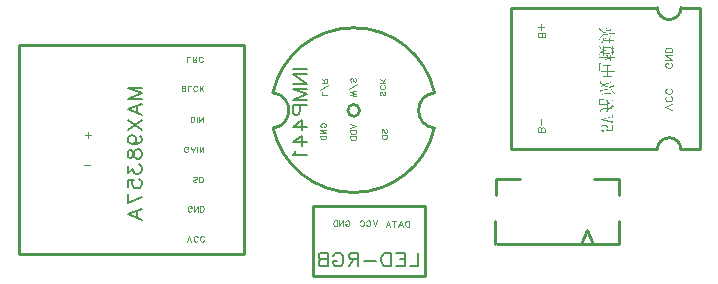
<source format=gbo>
G04 Layer: BottomSilkscreenLayer*
G04 EasyEDA Pro v2.2.43.4, 2025-12-31 16:20:31*
G04 Gerber Generator version 0.3*
G04 Scale: 100 percent, Rotated: No, Reflected: No*
G04 Dimensions in millimeters*
G04 Leading zeros omitted, absolute positions, 4 integers and 5 decimals*
G04 Generated by one-click*
%FSLAX45Y45*%
%MOMM*%
%ADD10C,0.203*%
%ADD11C,0.1*%
%ADD12C,0.254*%
%ADD13C,0.0716*%
G75*


G04 Text Start*
G54D10*
G01X3890762Y813206D02*
G01X3890762Y695350D01*
G01X3890762Y695350D02*
G01X3823452Y695350D01*
G01X3776208Y813206D02*
G01X3776208Y695350D01*
G01X3776208Y813206D02*
G01X3703310Y813206D01*
G01X3776208Y757072D02*
G01X3731250Y757072D01*
G01X3776208Y695350D02*
G01X3703310Y695350D01*
G01X3656066Y813206D02*
G01X3656066Y695350D01*
G01X3656066Y813206D02*
G01X3616696Y813206D01*
G01X3599932Y807618D01*
G01X3588756Y796442D01*
G01X3583168Y785012D01*
G01X3577326Y768248D01*
G01X3577326Y740308D01*
G01X3583168Y723290D01*
G01X3588756Y712114D01*
G01X3599932Y700938D01*
G01X3616696Y695350D01*
G01X3656066Y695350D01*
G01X3530082Y745896D02*
G01X3428990Y745896D01*
G01X3381746Y813206D02*
G01X3381746Y695350D01*
G01X3381746Y813206D02*
G01X3331200Y813206D01*
G01X3314436Y807618D01*
G01X3308848Y802030D01*
G01X3303006Y790854D01*
G01X3303006Y779424D01*
G01X3308848Y768248D01*
G01X3314436Y762660D01*
G01X3331200Y757072D01*
G01X3381746Y757072D01*
G01X3342376Y757072D02*
G01X3303006Y695350D01*
G01X3171434Y785012D02*
G01X3177022Y796442D01*
G01X3188452Y807618D01*
G01X3199628Y813206D01*
G01X3221980Y813206D01*
G01X3233410Y807618D01*
G01X3244586Y796442D01*
G01X3250174Y785012D01*
G01X3255762Y768248D01*
G01X3255762Y740308D01*
G01X3250174Y723290D01*
G01X3244586Y712114D01*
G01X3233410Y700938D01*
G01X3221980Y695350D01*
G01X3199628Y695350D01*
G01X3188452Y700938D01*
G01X3177022Y712114D01*
G01X3171434Y723290D01*
G01X3171434Y740308D01*
G01X3199628Y740308D02*
G01X3171434Y740308D01*
G01X3124190Y813206D02*
G01X3124190Y695350D01*
G01X3124190Y813206D02*
G01X3073644Y813206D01*
G01X3056880Y807618D01*
G01X3051292Y802030D01*
G01X3045450Y790854D01*
G01X3045450Y779424D01*
G01X3051292Y768248D01*
G01X3056880Y762660D01*
G01X3073644Y757072D01*
G01X3124190Y757072D02*
G01X3073644Y757072D01*
G01X3056880Y751484D01*
G01X3051292Y745896D01*
G01X3045450Y734466D01*
G01X3045450Y717702D01*
G01X3051292Y706526D01*
G01X3056880Y700938D01*
G01X3073644Y695350D01*
G01X3124190Y695350D01*
G54D11*
G01X3807460Y1079754D02*
G01X3807460Y1033780D01*
G01X3807460Y1079754D02*
G01X3792220Y1079754D01*
G01X3785616Y1077468D01*
G01X3781298Y1073150D01*
G01X3779012Y1068832D01*
G01X3776980Y1062228D01*
G01X3776980Y1051306D01*
G01X3779012Y1044702D01*
G01X3781298Y1040384D01*
G01X3785616Y1036066D01*
G01X3792220Y1033780D01*
G01X3807460Y1033780D01*
G01X3738880Y1079754D02*
G01X3756406Y1033780D01*
G01X3738880Y1079754D02*
G01X3721354Y1033780D01*
G01X3749802Y1049020D02*
G01X3727958Y1049020D01*
G01X3685540Y1079754D02*
G01X3685540Y1033780D01*
G01X3700780Y1079754D02*
G01X3670300Y1079754D01*
G01X3632200Y1079754D02*
G01X3649726Y1033780D01*
G01X3632200Y1079754D02*
G01X3614674Y1033780D01*
G01X3643122Y1049020D02*
G01X3621278Y1049020D01*
G01X3538220Y1084834D02*
G01X3520694Y1038860D01*
G01X3503422Y1084834D02*
G01X3520694Y1038860D01*
G01X3450082Y1073912D02*
G01X3452368Y1078230D01*
G01X3456686Y1082548D01*
G01X3461004Y1084834D01*
G01X3469894Y1084834D01*
G01X3474212Y1082548D01*
G01X3478530Y1078230D01*
G01X3480816Y1073912D01*
G01X3482848Y1067308D01*
G01X3482848Y1056386D01*
G01X3480816Y1049782D01*
G01X3478530Y1045464D01*
G01X3474212Y1041146D01*
G01X3469894Y1038860D01*
G01X3461004Y1038860D01*
G01X3456686Y1041146D01*
G01X3452368Y1045464D01*
G01X3450082Y1049782D01*
G01X3396742Y1073912D02*
G01X3399028Y1078230D01*
G01X3403346Y1082548D01*
G01X3407664Y1084834D01*
G01X3416554Y1084834D01*
G01X3420872Y1082548D01*
G01X3425190Y1078230D01*
G01X3427476Y1073912D01*
G01X3429508Y1067308D01*
G01X3429508Y1056386D01*
G01X3427476Y1049782D01*
G01X3425190Y1045464D01*
G01X3420872Y1041146D01*
G01X3416554Y1038860D01*
G01X3407664Y1038860D01*
G01X3403346Y1041146D01*
G01X3399028Y1045464D01*
G01X3396742Y1049782D01*
G01X3271774Y1073912D02*
G01X3274060Y1078230D01*
G01X3278378Y1082548D01*
G01X3282696Y1084834D01*
G01X3291586Y1084834D01*
G01X3295904Y1082548D01*
G01X3300222Y1078230D01*
G01X3302508Y1073912D01*
G01X3304540Y1067308D01*
G01X3304540Y1056386D01*
G01X3302508Y1049782D01*
G01X3300222Y1045464D01*
G01X3295904Y1041146D01*
G01X3291586Y1038860D01*
G01X3282696Y1038860D01*
G01X3278378Y1041146D01*
G01X3274060Y1045464D01*
G01X3271774Y1049782D01*
G01X3271774Y1056386D01*
G01X3282696Y1056386D02*
G01X3271774Y1056386D01*
G01X3251200Y1084834D02*
G01X3251200Y1038860D01*
G01X3251200Y1084834D02*
G01X3220720Y1038860D01*
G01X3220720Y1084834D02*
G01X3220720Y1038860D01*
G01X3200146Y1084834D02*
G01X3200146Y1038860D01*
G01X3200146Y1084834D02*
G01X3184906Y1084834D01*
G01X3178302Y1082548D01*
G01X3173984Y1078230D01*
G01X3171698Y1073912D01*
G01X3169666Y1067308D01*
G01X3169666Y1056386D01*
G01X3171698Y1049782D01*
G01X3173984Y1045464D01*
G01X3178302Y1041146D01*
G01X3184906Y1038860D01*
G01X3200146Y1038860D01*
G54D10*
G01X2827274Y2369820D02*
G01X2945130Y2369820D01*
G01X2827274Y2322576D02*
G01X2945130Y2322576D01*
G01X2827274Y2322576D02*
G01X2945130Y2243836D01*
G01X2827274Y2243836D02*
G01X2945130Y2243836D01*
G01X2827274Y2196592D02*
G01X2945130Y2196592D01*
G01X2827274Y2196592D02*
G01X2945130Y2151634D01*
G01X2827274Y2106676D02*
G01X2945130Y2151634D01*
G01X2827274Y2106676D02*
G01X2945130Y2106676D01*
G01X2827274Y2059432D02*
G01X2945130Y2059432D01*
G01X2827274Y2059432D02*
G01X2827274Y2008886D01*
G01X2832862Y1992122D01*
G01X2838450Y1986534D01*
G01X2849626Y1980692D01*
G01X2866644Y1980692D01*
G01X2877820Y1986534D01*
G01X2883408Y1992122D01*
G01X2888996Y2008886D01*
G01X2888996Y2059432D01*
G01X2827274Y1877314D02*
G01X2906014Y1933448D01*
G01X2906014Y1849120D01*
G01X2827274Y1877314D02*
G01X2945130Y1877314D01*
G01X2827274Y1745742D02*
G01X2906014Y1801876D01*
G01X2906014Y1717548D01*
G01X2827274Y1745742D02*
G01X2945130Y1745742D01*
G01X2849626Y1670304D02*
G01X2844038Y1659128D01*
G01X2827274Y1642110D01*
G01X2945130Y1642110D01*
G54D11*
G01X3116834Y2146300D02*
G01X3070860Y2146300D01*
G01X3070860Y2146300D02*
G01X3070860Y2172462D01*
G01X3125470Y2232406D02*
G01X3055620Y2193036D01*
G01X3116834Y2252980D02*
G01X3070860Y2252980D01*
G01X3116834Y2252980D02*
G01X3116834Y2272538D01*
G01X3114548Y2279142D01*
G01X3112516Y2281428D01*
G01X3107944Y2283460D01*
G01X3103626Y2283460D01*
G01X3099308Y2281428D01*
G01X3097022Y2279142D01*
G01X3094990Y2272538D01*
G01X3094990Y2252980D01*
G01X3094990Y2268220D02*
G01X3070860Y2283460D01*
G01X3360674Y2136140D02*
G01X3314700Y2147062D01*
G01X3360674Y2157984D02*
G01X3314700Y2147062D01*
G01X3360674Y2157984D02*
G01X3314700Y2168906D01*
G01X3360674Y2179828D02*
G01X3314700Y2168906D01*
G01X3369310Y2239772D02*
G01X3299460Y2200402D01*
G01X3354070Y2290826D02*
G01X3358388Y2286508D01*
G01X3360674Y2279904D01*
G01X3360674Y2271268D01*
G01X3358388Y2264664D01*
G01X3354070Y2260346D01*
G01X3349752Y2260346D01*
G01X3345434Y2262378D01*
G01X3343148Y2264664D01*
G01X3340862Y2268982D01*
G01X3336544Y2282190D01*
G01X3334258Y2286508D01*
G01X3332226Y2288794D01*
G01X3327908Y2290826D01*
G01X3321304Y2290826D01*
G01X3316986Y2286508D01*
G01X3314700Y2279904D01*
G01X3314700Y2271268D01*
G01X3316986Y2264664D01*
G01X3321304Y2260346D01*
G01X3602990Y2176780D02*
G01X3607308Y2172462D01*
G01X3609594Y2165858D01*
G01X3609594Y2157222D01*
G01X3607308Y2150618D01*
G01X3602990Y2146300D01*
G01X3598672Y2146300D01*
G01X3594354Y2148332D01*
G01X3592068Y2150618D01*
G01X3589782Y2154936D01*
G01X3585464Y2168144D01*
G01X3583178Y2172462D01*
G01X3581146Y2174748D01*
G01X3576828Y2176780D01*
G01X3570224Y2176780D01*
G01X3565906Y2172462D01*
G01X3563620Y2165858D01*
G01X3563620Y2157222D01*
G01X3565906Y2150618D01*
G01X3570224Y2146300D01*
G01X3598672Y2230120D02*
G01X3602990Y2227834D01*
G01X3607308Y2223516D01*
G01X3609594Y2219198D01*
G01X3609594Y2210308D01*
G01X3607308Y2205990D01*
G01X3602990Y2201672D01*
G01X3598672Y2199386D01*
G01X3592068Y2197354D01*
G01X3581146Y2197354D01*
G01X3574542Y2199386D01*
G01X3570224Y2201672D01*
G01X3565906Y2205990D01*
G01X3563620Y2210308D01*
G01X3563620Y2219198D01*
G01X3565906Y2223516D01*
G01X3570224Y2227834D01*
G01X3574542Y2230120D01*
G01X3609594Y2250694D02*
G01X3563620Y2250694D01*
G01X3609594Y2281174D02*
G01X3578860Y2250694D01*
G01X3589782Y2261616D02*
G01X3563620Y2281174D01*
G01X3071368Y1874774D02*
G01X3067050Y1877060D01*
G01X3062732Y1881378D01*
G01X3060446Y1885696D01*
G01X3060446Y1894586D01*
G01X3062732Y1898904D01*
G01X3067050Y1903222D01*
G01X3071368Y1905508D01*
G01X3077972Y1907540D01*
G01X3088894Y1907540D01*
G01X3095498Y1905508D01*
G01X3099816Y1903222D01*
G01X3104134Y1898904D01*
G01X3106420Y1894586D01*
G01X3106420Y1885696D01*
G01X3104134Y1881378D01*
G01X3099816Y1877060D01*
G01X3095498Y1874774D01*
G01X3088894Y1874774D01*
G01X3088894Y1885696D02*
G01X3088894Y1874774D01*
G01X3060446Y1854200D02*
G01X3106420Y1854200D01*
G01X3060446Y1854200D02*
G01X3106420Y1823720D01*
G01X3060446Y1823720D02*
G01X3106420Y1823720D01*
G01X3060446Y1803146D02*
G01X3106420Y1803146D01*
G01X3060446Y1803146D02*
G01X3060446Y1787906D01*
G01X3062732Y1781302D01*
G01X3067050Y1776984D01*
G01X3071368Y1774698D01*
G01X3077972Y1772666D01*
G01X3088894Y1772666D01*
G01X3095498Y1774698D01*
G01X3099816Y1776984D01*
G01X3104134Y1781302D01*
G01X3106420Y1787906D01*
G01X3106420Y1803146D01*
G01X3314446Y1902460D02*
G01X3360420Y1884934D01*
G01X3314446Y1867662D02*
G01X3360420Y1884934D01*
G01X3314446Y1847088D02*
G01X3360420Y1847088D01*
G01X3314446Y1847088D02*
G01X3314446Y1831848D01*
G01X3316732Y1825244D01*
G01X3321050Y1820926D01*
G01X3325368Y1818640D01*
G01X3331972Y1816608D01*
G01X3342894Y1816608D01*
G01X3349498Y1818640D01*
G01X3353816Y1820926D01*
G01X3358134Y1825244D01*
G01X3360420Y1831848D01*
G01X3360420Y1847088D01*
G01X3314446Y1796034D02*
G01X3360420Y1796034D01*
G01X3314446Y1796034D02*
G01X3314446Y1780794D01*
G01X3316732Y1774190D01*
G01X3321050Y1769872D01*
G01X3325368Y1767586D01*
G01X3331972Y1765554D01*
G01X3342894Y1765554D01*
G01X3349498Y1767586D01*
G01X3353816Y1769872D01*
G01X3358134Y1774190D01*
G01X3360420Y1780794D01*
G01X3360420Y1796034D01*
G01X3585210Y1826260D02*
G01X3580892Y1830578D01*
G01X3578606Y1837182D01*
G01X3578606Y1845818D01*
G01X3580892Y1852422D01*
G01X3585210Y1856740D01*
G01X3589528Y1856740D01*
G01X3593846Y1854708D01*
G01X3596132Y1852422D01*
G01X3598418Y1848104D01*
G01X3602736Y1834896D01*
G01X3605022Y1830578D01*
G01X3607054Y1828292D01*
G01X3611372Y1826260D01*
G01X3617976Y1826260D01*
G01X3622294Y1830578D01*
G01X3624580Y1837182D01*
G01X3624580Y1845818D01*
G01X3622294Y1852422D01*
G01X3617976Y1856740D01*
G01X3578606Y1805686D02*
G01X3624580Y1805686D01*
G01X3578606Y1805686D02*
G01X3578606Y1790446D01*
G01X3580892Y1783842D01*
G01X3585210Y1779524D01*
G01X3589528Y1777238D01*
G01X3596132Y1775206D01*
G01X3607054Y1775206D01*
G01X3613658Y1777238D01*
G01X3617976Y1779524D01*
G01X3622294Y1783842D01*
G01X3624580Y1790446D01*
G01X3624580Y1805686D01*
G54D10*
G01X1430274Y2207260D02*
G01X1548130Y2207260D01*
G01X1430274Y2207260D02*
G01X1548130Y2162302D01*
G01X1430274Y2117344D02*
G01X1548130Y2162302D01*
G01X1430274Y2117344D02*
G01X1548130Y2117344D01*
G01X1430274Y2025142D02*
G01X1548130Y2070100D01*
G01X1430274Y2025142D02*
G01X1548130Y1980184D01*
G01X1509014Y2053336D02*
G01X1509014Y1997202D01*
G01X1430274Y1932940D02*
G01X1548130Y1854200D01*
G01X1430274Y1854200D02*
G01X1548130Y1932940D01*
G01X1469644Y1734058D02*
G01X1486408Y1739646D01*
G01X1497584Y1750822D01*
G01X1503172Y1767586D01*
G01X1503172Y1773174D01*
G01X1497584Y1790192D01*
G01X1486408Y1801368D01*
G01X1469644Y1806956D01*
G01X1464056Y1806956D01*
G01X1447038Y1801368D01*
G01X1435862Y1790192D01*
G01X1430274Y1773174D01*
G01X1430274Y1767586D01*
G01X1435862Y1750822D01*
G01X1447038Y1739646D01*
G01X1469644Y1734058D01*
G01X1497584Y1734058D01*
G01X1525778Y1739646D01*
G01X1542542Y1750822D01*
G01X1548130Y1767586D01*
G01X1548130Y1778762D01*
G01X1542542Y1795780D01*
G01X1531366Y1801368D01*
G01X1430274Y1658620D02*
G01X1435862Y1675638D01*
G01X1447038Y1681226D01*
G01X1458468Y1681226D01*
G01X1469644Y1675638D01*
G01X1475232Y1664462D01*
G01X1480820Y1641856D01*
G01X1486408Y1625092D01*
G01X1497584Y1613916D01*
G01X1509014Y1608074D01*
G01X1525778Y1608074D01*
G01X1536954Y1613916D01*
G01X1542542Y1619504D01*
G01X1548130Y1636268D01*
G01X1548130Y1658620D01*
G01X1542542Y1675638D01*
G01X1536954Y1681226D01*
G01X1525778Y1686814D01*
G01X1509014Y1686814D01*
G01X1497584Y1681226D01*
G01X1486408Y1670050D01*
G01X1480820Y1653032D01*
G01X1475232Y1630680D01*
G01X1469644Y1619504D01*
G01X1458468Y1613916D01*
G01X1447038Y1613916D01*
G01X1435862Y1619504D01*
G01X1430274Y1636268D01*
G01X1430274Y1658620D01*
G01X1430274Y1549654D02*
G01X1430274Y1487932D01*
G01X1475232Y1521460D01*
G01X1475232Y1504696D01*
G01X1480820Y1493520D01*
G01X1486408Y1487932D01*
G01X1503172Y1482090D01*
G01X1514602Y1482090D01*
G01X1531366Y1487932D01*
G01X1542542Y1499108D01*
G01X1548130Y1515872D01*
G01X1548130Y1532636D01*
G01X1542542Y1549654D01*
G01X1536954Y1555242D01*
G01X1525778Y1560830D01*
G01X1430274Y1367536D02*
G01X1430274Y1423670D01*
G01X1480820Y1429258D01*
G01X1475232Y1423670D01*
G01X1469644Y1406652D01*
G01X1469644Y1389888D01*
G01X1475232Y1373124D01*
G01X1486408Y1361948D01*
G01X1503172Y1356106D01*
G01X1514602Y1356106D01*
G01X1531366Y1361948D01*
G01X1542542Y1373124D01*
G01X1548130Y1389888D01*
G01X1548130Y1406652D01*
G01X1542542Y1423670D01*
G01X1536954Y1429258D01*
G01X1525778Y1434846D01*
G01X1430274Y1230122D02*
G01X1548130Y1286510D01*
G01X1430274Y1308862D02*
G01X1430274Y1230122D01*
G01X1430274Y1137920D02*
G01X1548130Y1182878D01*
G01X1430274Y1137920D02*
G01X1548130Y1092962D01*
G01X1509014Y1166114D02*
G01X1509014Y1109980D01*
G54D11*
G01X1932940Y906526D02*
G01X1950466Y952500D01*
G01X1967738Y906526D02*
G01X1950466Y952500D01*
G01X2021078Y917448D02*
G01X2018792Y913130D01*
G01X2014474Y908812D01*
G01X2010156Y906526D01*
G01X2001266Y906526D01*
G01X1996948Y908812D01*
G01X1992630Y913130D01*
G01X1990344Y917448D01*
G01X1988312Y924052D01*
G01X1988312Y934974D01*
G01X1990344Y941578D01*
G01X1992630Y945896D01*
G01X1996948Y950214D01*
G01X2001266Y952500D01*
G01X2010156Y952500D01*
G01X2014474Y950214D01*
G01X2018792Y945896D01*
G01X2021078Y941578D01*
G01X2074418Y917448D02*
G01X2072132Y913130D01*
G01X2067814Y908812D01*
G01X2063496Y906526D01*
G01X2054606Y906526D01*
G01X2050288Y908812D01*
G01X2045970Y913130D01*
G01X2043684Y917448D01*
G01X2041652Y924052D01*
G01X2041652Y934974D01*
G01X2043684Y941578D01*
G01X2045970Y945896D01*
G01X2050288Y950214D01*
G01X2054606Y952500D01*
G01X2063496Y952500D01*
G01X2067814Y950214D01*
G01X2072132Y945896D01*
G01X2074418Y941578D01*
G01X1970786Y1171448D02*
G01X1968500Y1167130D01*
G01X1964182Y1162812D01*
G01X1959864Y1160526D01*
G01X1950974Y1160526D01*
G01X1946656Y1162812D01*
G01X1942338Y1167130D01*
G01X1940052Y1171448D01*
G01X1938020Y1178052D01*
G01X1938020Y1188974D01*
G01X1940052Y1195578D01*
G01X1942338Y1199896D01*
G01X1946656Y1204214D01*
G01X1950974Y1206500D01*
G01X1959864Y1206500D01*
G01X1964182Y1204214D01*
G01X1968500Y1199896D01*
G01X1970786Y1195578D01*
G01X1970786Y1188974D01*
G01X1959864Y1188974D02*
G01X1970786Y1188974D01*
G01X1991360Y1160526D02*
G01X1991360Y1206500D01*
G01X1991360Y1160526D02*
G01X2021840Y1206500D01*
G01X2021840Y1160526D02*
G01X2021840Y1206500D01*
G01X2042414Y1160526D02*
G01X2042414Y1206500D01*
G01X2042414Y1160526D02*
G01X2057654Y1160526D01*
G01X2064258Y1162812D01*
G01X2068576Y1167130D01*
G01X2070862Y1171448D01*
G01X2072894Y1178052D01*
G01X2072894Y1188974D01*
G01X2070862Y1195578D01*
G01X2068576Y1199896D01*
G01X2064258Y1204214D01*
G01X2057654Y1206500D01*
G01X2042414Y1206500D01*
G01X2014220Y1416050D02*
G01X2009902Y1411732D01*
G01X2003298Y1409446D01*
G01X1994662Y1409446D01*
G01X1988058Y1411732D01*
G01X1983740Y1416050D01*
G01X1983740Y1420368D01*
G01X1985772Y1424686D01*
G01X1988058Y1426972D01*
G01X1992376Y1429258D01*
G01X2005584Y1433576D01*
G01X2009902Y1435862D01*
G01X2012188Y1437894D01*
G01X2014220Y1442212D01*
G01X2014220Y1448816D01*
G01X2009902Y1453134D01*
G01X2003298Y1455420D01*
G01X1994662Y1455420D01*
G01X1988058Y1453134D01*
G01X1983740Y1448816D01*
G01X2034794Y1409446D02*
G01X2034794Y1455420D01*
G01X2034794Y1409446D02*
G01X2050034Y1409446D01*
G01X2056638Y1411732D01*
G01X2060956Y1416050D01*
G01X2063242Y1420368D01*
G01X2065274Y1426972D01*
G01X2065274Y1437894D01*
G01X2063242Y1444498D01*
G01X2060956Y1448816D01*
G01X2056638Y1453134D01*
G01X2050034Y1455420D01*
G01X2034794Y1455420D01*
G01X1940306Y1674368D02*
G01X1938020Y1670050D01*
G01X1933702Y1665732D01*
G01X1929384Y1663446D01*
G01X1920494Y1663446D01*
G01X1916176Y1665732D01*
G01X1911858Y1670050D01*
G01X1909572Y1674368D01*
G01X1907540Y1680972D01*
G01X1907540Y1691894D01*
G01X1909572Y1698498D01*
G01X1911858Y1702816D01*
G01X1916176Y1707134D01*
G01X1920494Y1709420D01*
G01X1929384Y1709420D01*
G01X1933702Y1707134D01*
G01X1938020Y1702816D01*
G01X1940306Y1698498D01*
G01X1940306Y1691894D01*
G01X1929384Y1691894D02*
G01X1940306Y1691894D01*
G01X1978406Y1663446D02*
G01X1960880Y1709420D01*
G01X1978406Y1663446D02*
G01X1995932Y1709420D01*
G01X1967484Y1694180D02*
G01X1989328Y1694180D01*
G01X2016506Y1663446D02*
G01X2016506Y1709420D01*
G01X2037080Y1663446D02*
G01X2037080Y1709420D01*
G01X2037080Y1663446D02*
G01X2067560Y1709420D01*
G01X2067560Y1663446D02*
G01X2067560Y1709420D01*
G01X1963420Y1917446D02*
G01X1963420Y1963420D01*
G01X1963420Y1917446D02*
G01X1978660Y1917446D01*
G01X1985264Y1919732D01*
G01X1989582Y1924050D01*
G01X1991868Y1928368D01*
G01X1993900Y1934972D01*
G01X1993900Y1945894D01*
G01X1991868Y1952498D01*
G01X1989582Y1956816D01*
G01X1985264Y1961134D01*
G01X1978660Y1963420D01*
G01X1963420Y1963420D01*
G01X2014474Y1917446D02*
G01X2014474Y1963420D01*
G01X2035048Y1917446D02*
G01X2035048Y1963420D01*
G01X2035048Y1917446D02*
G01X2065528Y1963420D01*
G01X2065528Y1917446D02*
G01X2065528Y1963420D01*
G01X1887220Y2181606D02*
G01X1887220Y2227580D01*
G01X1887220Y2181606D02*
G01X1906778Y2181606D01*
G01X1913382Y2183892D01*
G01X1915668Y2185924D01*
G01X1917700Y2190496D01*
G01X1917700Y2194814D01*
G01X1915668Y2199132D01*
G01X1913382Y2201418D01*
G01X1906778Y2203450D01*
G01X1887220Y2203450D02*
G01X1906778Y2203450D01*
G01X1913382Y2205736D01*
G01X1915668Y2208022D01*
G01X1917700Y2212340D01*
G01X1917700Y2218944D01*
G01X1915668Y2223262D01*
G01X1913382Y2225294D01*
G01X1906778Y2227580D01*
G01X1887220Y2227580D01*
G01X1938274Y2181606D02*
G01X1938274Y2227580D01*
G01X1938274Y2227580D02*
G01X1964436Y2227580D01*
G01X2017776Y2192528D02*
G01X2015490Y2188210D01*
G01X2011172Y2183892D01*
G01X2006854Y2181606D01*
G01X1997964Y2181606D01*
G01X1993646Y2183892D01*
G01X1989328Y2188210D01*
G01X1987042Y2192528D01*
G01X1985010Y2199132D01*
G01X1985010Y2210054D01*
G01X1987042Y2216658D01*
G01X1989328Y2220976D01*
G01X1993646Y2225294D01*
G01X1997964Y2227580D01*
G01X2006854Y2227580D01*
G01X2011172Y2225294D01*
G01X2015490Y2220976D01*
G01X2017776Y2216658D01*
G01X2038350Y2181606D02*
G01X2038350Y2227580D01*
G01X2068830Y2181606D02*
G01X2038350Y2212340D01*
G01X2049272Y2201418D02*
G01X2068830Y2227580D01*
G01X1932940Y2425446D02*
G01X1932940Y2471420D01*
G01X1932940Y2471420D02*
G01X1959102Y2471420D01*
G01X1979676Y2425446D02*
G01X1979676Y2471420D01*
G01X1979676Y2425446D02*
G01X1999234Y2425446D01*
G01X2005838Y2427732D01*
G01X2008124Y2429764D01*
G01X2010156Y2434336D01*
G01X2010156Y2438654D01*
G01X2008124Y2442972D01*
G01X2005838Y2445258D01*
G01X1999234Y2447290D01*
G01X1979676Y2447290D01*
G01X1994916Y2447290D02*
G01X2010156Y2471420D01*
G01X2063496Y2436368D02*
G01X2061210Y2432050D01*
G01X2056892Y2427732D01*
G01X2052574Y2425446D01*
G01X2043684Y2425446D01*
G01X2039366Y2427732D01*
G01X2035048Y2432050D01*
G01X2032762Y2436368D01*
G01X2030730Y2442972D01*
G01X2030730Y2453894D01*
G01X2032762Y2460498D01*
G01X2035048Y2464816D01*
G01X2039366Y2469134D01*
G01X2043684Y2471420D01*
G01X2052574Y2471420D01*
G01X2056892Y2469134D01*
G01X2061210Y2464816D01*
G01X2063496Y2460498D01*
G01X1089406Y1786382D02*
G01X1089406Y1837182D01*
G01X1064260Y1811782D02*
G01X1114806Y1811782D01*
G01X1059180Y1552702D02*
G01X1109726Y1552702D01*
G01X6040120Y2024380D02*
G01X5980938Y2046732D01*
G01X6040120Y2069338D02*
G01X5980938Y2046732D01*
G01X6025896Y2135124D02*
G01X6031738Y2132330D01*
G01X6037326Y2126488D01*
G01X6040120Y2120900D01*
G01X6040120Y2109724D01*
G01X6037326Y2104136D01*
G01X6031738Y2098548D01*
G01X6025896Y2095754D01*
G01X6017514Y2092960D01*
G01X6003544Y2092960D01*
G01X5995162Y2095754D01*
G01X5989320Y2098548D01*
G01X5983732Y2104136D01*
G01X5980938Y2109724D01*
G01X5980938Y2120900D01*
G01X5983732Y2126488D01*
G01X5989320Y2132330D01*
G01X5995162Y2135124D01*
G01X6025896Y2200910D02*
G01X6031738Y2198116D01*
G01X6037326Y2192274D01*
G01X6040120Y2186686D01*
G01X6040120Y2175510D01*
G01X6037326Y2169922D01*
G01X6031738Y2164334D01*
G01X6025896Y2161540D01*
G01X6017514Y2158746D01*
G01X6003544Y2158746D01*
G01X5995162Y2161540D01*
G01X5989320Y2164334D01*
G01X5983732Y2169922D01*
G01X5980938Y2175510D01*
G01X5980938Y2186686D01*
G01X5983732Y2192274D01*
G01X5989320Y2198116D01*
G01X5995162Y2200910D01*
G01X6025896Y2422144D02*
G01X6031738Y2419350D01*
G01X6037326Y2413762D01*
G01X6040120Y2407920D01*
G01X6040120Y2396744D01*
G01X6037326Y2391156D01*
G01X6031738Y2385568D01*
G01X6025896Y2382774D01*
G01X6017514Y2379980D01*
G01X6003544Y2379980D01*
G01X5995162Y2382774D01*
G01X5989320Y2385568D01*
G01X5983732Y2391156D01*
G01X5980938Y2396744D01*
G01X5980938Y2407920D01*
G01X5983732Y2413762D01*
G01X5989320Y2419350D01*
G01X5995162Y2422144D01*
G01X6003544Y2422144D01*
G01X6003544Y2407920D02*
G01X6003544Y2422144D01*
G01X6040120Y2445766D02*
G01X5980938Y2445766D01*
G01X6040120Y2445766D02*
G01X5980938Y2485136D01*
G01X6040120Y2485136D02*
G01X5980938Y2485136D01*
G01X6040120Y2508758D02*
G01X5980938Y2508758D01*
G01X6040120Y2508758D02*
G01X6040120Y2528316D01*
G01X6037326Y2536698D01*
G01X6031738Y2542286D01*
G01X6025896Y2545080D01*
G01X6017514Y2548128D01*
G01X6003544Y2548128D01*
G01X5995162Y2545080D01*
G01X5989320Y2542286D01*
G01X5983732Y2536698D01*
G01X5980938Y2528316D01*
G01X5980938Y2508758D01*
G01X4960620Y1833880D02*
G01X4901438Y1833880D01*
G01X4960620Y1833880D02*
G01X4960620Y1859026D01*
G01X4957826Y1867662D01*
G01X4955032Y1870456D01*
G01X4949190Y1873250D01*
G01X4943602Y1873250D01*
G01X4938014Y1870456D01*
G01X4935220Y1867662D01*
G01X4932426Y1859026D01*
G01X4932426Y1833880D02*
G01X4932426Y1859026D01*
G01X4929632Y1867662D01*
G01X4926838Y1870456D01*
G01X4921250Y1873250D01*
G01X4912614Y1873250D01*
G01X4907026Y1870456D01*
G01X4904232Y1867662D01*
G01X4901438Y1859026D01*
G01X4901438Y1833880D01*
G01X4926838Y1896872D02*
G01X4926838Y1947418D01*
G01X4961420Y2635671D02*
G01X4902238Y2635671D01*
G01X4961420Y2635671D02*
G01X4961420Y2660817D01*
G01X4958626Y2669453D01*
G01X4955832Y2672247D01*
G01X4949990Y2675041D01*
G01X4944402Y2675041D01*
G01X4938814Y2672247D01*
G01X4936020Y2669453D01*
G01X4933226Y2660817D01*
G01X4933226Y2635671D02*
G01X4933226Y2660817D01*
G01X4930432Y2669453D01*
G01X4927638Y2672247D01*
G01X4922050Y2675041D01*
G01X4913414Y2675041D01*
G01X4907826Y2672247D01*
G01X4905032Y2669453D01*
G01X4902238Y2660817D01*
G01X4902238Y2635671D01*
G01X4953038Y2723809D02*
G01X4902238Y2723809D01*
G01X4927638Y2698663D02*
G01X4927638Y2749209D01*
G36*
G01X5419746Y2609027D02*
G01X5419234Y2608288D01*
G01X5418609Y2608345D01*
G01X5417473Y2609254D01*
G01X5417473Y2611073D01*
G01X5419291Y2616072D01*
G01X5420200Y2618345D01*
G01X5421109Y2620391D01*
G01X5422018Y2622663D01*
G01X5423836Y2626754D01*
G01X5424746Y2628573D01*
G01X5425655Y2630163D01*
G01X5426564Y2631982D01*
G01X5429291Y2636754D01*
G01X5430427Y2638573D01*
G01X5433154Y2642663D01*
G01X5434291Y2644254D01*
G01X5437018Y2647663D01*
G01X5442700Y2653345D01*
G01X5444518Y2654709D01*
G01X5446791Y2656300D01*
G01X5448836Y2657663D01*
G01X5450882Y2658800D01*
G01X5454518Y2660618D01*
G01X5456564Y2661527D01*
G01X5458836Y2662436D01*
G01X5461564Y2663345D01*
G01X5464063Y2664027D01*
G01X5465882Y2664482D01*
G01X5468154Y2665163D01*
G01X5470655Y2665618D01*
G01X5472245Y2665845D01*
G01X5474064Y2666300D01*
G01X5475200Y2666527D01*
G01X5475200Y2670618D01*
G01X5473382Y2670845D01*
G01X5470882Y2671300D01*
G01X5468609Y2671981D01*
G01X5465427Y2672891D01*
G01X5462927Y2673800D01*
G01X5459291Y2675163D01*
G01X5457245Y2676072D01*
G01X5449973Y2679709D01*
G01X5448382Y2680618D01*
G01X5447018Y2681527D01*
G01X5445427Y2682436D01*
G01X5443609Y2683572D01*
G01X5441336Y2685163D01*
G01X5437700Y2687891D01*
G01X5435427Y2689709D01*
G01X5433836Y2691072D01*
G01X5432700Y2691982D01*
G01X5427018Y2697663D01*
G01X5425655Y2699482D01*
G01X5424064Y2701073D01*
G01X5421791Y2703800D01*
G01X5420882Y2704936D01*
G01X5420200Y2706073D01*
G01X5419064Y2707663D01*
G01X5418382Y2708800D01*
G01X5419518Y2709254D01*
G01X5421109Y2710391D01*
G01X5422245Y2711527D01*
G01X5423155Y2712663D01*
G01X5423836Y2714027D01*
G01X5424518Y2715845D01*
G01X5425882Y2721300D01*
G01X5426336Y2721811D01*
G01X5427245Y2721982D01*
G01X5428098Y2721754D01*
G01X5428382Y2721073D01*
G01X5428609Y2719481D01*
G01X5430200Y2714709D01*
G01X5431109Y2712209D01*
G01X5432927Y2708118D01*
G01X5433836Y2706300D01*
G01X5434973Y2704482D01*
G01X5436336Y2702209D01*
G01X5437700Y2700163D01*
G01X5438836Y2698572D01*
G01X5439973Y2697436D01*
G01X5441791Y2695163D01*
G01X5442927Y2694027D01*
G01X5443836Y2692891D01*
G01X5444973Y2691754D01*
G01X5446336Y2690618D01*
G01X5447473Y2689482D01*
G01X5450655Y2686754D01*
G01X5452018Y2685618D01*
G01X5453382Y2684709D01*
G01X5454973Y2683572D01*
G01X5457018Y2682209D01*
G01X5458836Y2681072D01*
G01X5462018Y2679254D01*
G01X5463836Y2678345D01*
G01X5465882Y2677436D01*
G01X5467700Y2676527D01*
G01X5469745Y2675618D01*
G01X5472018Y2674709D01*
G01X5474064Y2674027D01*
G01X5475200Y2673800D01*
G01X5475200Y2693345D01*
G01X5478382Y2693345D01*
G01X5478382Y2680391D01*
G01X5478609Y2667209D01*
G01X5480200Y2666981D01*
G01X5482245Y2667209D01*
G01X5491791Y2667663D01*
G01X5507246Y2668118D01*
G01X5512473Y2668345D01*
G01X5517018Y2668345D01*
G01X5517018Y2693345D01*
G01X5517018Y2693345D01*
G01X5478382Y2693345D01*
G01X5475200Y2693345D01*
G01X5475200Y2698118D01*
G01X5475371Y2716243D01*
G01X5475882Y2721982D01*
G01X5484745Y2713118D01*
G01X5485655Y2711982D01*
G01X5485825Y2711527D01*
G01X5485427Y2711073D01*
G01X5479745Y2705391D01*
G01X5478836Y2704254D01*
G01X5478382Y2702663D01*
G01X5478382Y2701527D01*
G01X5515200Y2701527D01*
G01X5515882Y2702663D01*
G01X5518609Y2705845D01*
G01X5519291Y2706982D01*
G01X5520200Y2705845D01*
G01X5521564Y2704027D01*
G01X5523382Y2701754D01*
G01X5526109Y2698118D01*
G01X5526563Y2696982D01*
G01X5525427Y2695845D01*
G01X5523836Y2694709D01*
G01X5522700Y2693800D01*
G01X5521336Y2692663D01*
G01X5520825Y2689198D01*
G01X5520654Y2680163D01*
G01X5520654Y2668345D01*
G01X5532700Y2668345D01*
G01X5541791Y2668516D01*
G01X5544973Y2669027D01*
G01X5546109Y2670845D01*
G01X5547700Y2673118D01*
G01X5548609Y2674254D01*
G01X5549291Y2673118D01*
G01X5550200Y2670845D01*
G01X5551109Y2668345D01*
G01X5552018Y2666072D01*
G01X5553382Y2662436D01*
G01X5554745Y2659709D01*
G01X5545200Y2659709D01*
G01X5534973Y2659936D01*
G01X5527473Y2660163D01*
G01X5520654Y2660163D01*
G01X5520654Y2647436D01*
G01X5520484Y2638004D01*
G01X5519973Y2635163D01*
G01X5516564Y2638573D01*
G01X5515882Y2639936D01*
G01X5515882Y2642209D01*
G01X5516336Y2644482D01*
G01X5516791Y2647663D01*
G01X5517018Y2654254D01*
G01X5517018Y2660163D01*
G01X5511564Y2660163D01*
G01X5505427Y2659936D01*
G01X5489518Y2659482D01*
G01X5480882Y2659027D01*
G01X5479291Y2658800D01*
G01X5478609Y2654482D01*
G01X5478382Y2641527D01*
G01X5478211Y2628686D01*
G01X5477700Y2624709D01*
G01X5474291Y2628118D01*
G01X5473609Y2629482D01*
G01X5473609Y2630845D01*
G01X5474064Y2633118D01*
G01X5474518Y2636300D01*
G01X5474745Y2640163D01*
G01X5474973Y2643118D01*
G01X5475200Y2651072D01*
G01X5475200Y2658345D01*
G01X5473382Y2658118D01*
G01X5470882Y2657663D01*
G01X5466791Y2656754D01*
G01X5464518Y2656072D01*
G01X5461564Y2655163D01*
G01X5457018Y2653345D01*
G01X5454973Y2652436D01*
G01X5453154Y2651527D01*
G01X5451109Y2650391D01*
G01X5449064Y2649027D01*
G01X5446791Y2647436D01*
G01X5444973Y2646072D01*
G01X5443836Y2644936D01*
G01X5441564Y2643118D01*
G01X5438154Y2639709D01*
G01X5436336Y2637436D01*
G01X5435200Y2636072D01*
G01X5434291Y2634709D01*
G01X5433382Y2633573D01*
G01X5432245Y2631982D01*
G01X5429518Y2627891D01*
G01X5428382Y2626072D01*
G01X5427473Y2624482D01*
G01X5426336Y2622663D01*
G01X5422473Y2614936D01*
G01X5420655Y2610845D01*
G01X5419746Y2609027D01*
G37*
G36*
G01X5448836Y2586073D02*
G01X5447245Y2586982D01*
G01X5441791Y2589709D01*
G01X5439973Y2590845D01*
G01X5438836Y2591527D01*
G01X5439746Y2592209D01*
G01X5441109Y2593572D01*
G01X5442018Y2594936D01*
G01X5443154Y2596754D01*
G01X5446109Y2602663D01*
G01X5447018Y2605163D01*
G01X5451564Y2616527D01*
G01X5452245Y2618345D01*
G01X5452700Y2619936D01*
G01X5453382Y2621754D01*
G01X5456109Y2629254D01*
G01X5458382Y2636072D01*
G01X5459291Y2638345D01*
G01X5459973Y2640391D01*
G01X5460655Y2642209D01*
G01X5461280Y2642663D01*
G01X5462245Y2642663D01*
G01X5463382Y2642436D01*
G01X5462927Y2640845D01*
G01X5462245Y2637664D01*
G01X5461791Y2635391D01*
G01X5460655Y2630845D01*
G01X5459973Y2627663D01*
G01X5459518Y2625391D01*
G01X5458836Y2623118D01*
G01X5458154Y2619936D01*
G01X5457700Y2617663D01*
G01X5457700Y2617095D01*
G01X5458154Y2616754D01*
G01X5482245Y2616527D01*
G01X5505654Y2616527D01*
G01X5505654Y2629254D01*
G01X5505825Y2638686D01*
G01X5506336Y2641527D01*
G01X5515427Y2632436D01*
G01X5515768Y2631982D01*
G01X5515427Y2631527D01*
G01X5509745Y2625845D01*
G01X5509064Y2624482D01*
G01X5508836Y2620163D01*
G01X5508836Y2616527D01*
G01X5525427Y2616527D01*
G01X5537984Y2616754D01*
G01X5542473Y2617436D01*
G01X5543609Y2618800D01*
G01X5545427Y2621072D01*
G01X5546336Y2621982D01*
G01X5546564Y2622095D01*
G01X5546791Y2621527D01*
G01X5547473Y2619936D01*
G01X5549291Y2615845D01*
G01X5550654Y2612663D01*
G01X5552473Y2608572D01*
G01X5552075Y2608061D01*
G01X5549973Y2607891D01*
G01X5546336Y2608118D01*
G01X5527245Y2608345D01*
G01X5508836Y2608345D01*
G01X5508836Y2596527D01*
G01X5508666Y2587777D01*
G01X5508155Y2585163D01*
G01X5504745Y2588572D01*
G01X5504064Y2589936D01*
G01X5504064Y2591754D01*
G01X5504518Y2594027D01*
G01X5504973Y2597209D01*
G01X5505200Y2601300D01*
G01X5505427Y2604027D01*
G01X5505654Y2606527D01*
G01X5505654Y2608345D01*
G01X5454746Y2608345D01*
G01X5454746Y2606982D01*
G01X5454518Y2604936D01*
G01X5453609Y2600391D01*
G01X5452700Y2594936D01*
G01X5452245Y2592663D01*
G01X5451791Y2589936D01*
G01X5451336Y2586982D01*
G01X5450939Y2585675D01*
G01X5450200Y2585391D01*
G01X5448836Y2586073D01*
G37*
G36*
G01X5423836Y2349482D02*
G01X5422927Y2350845D01*
G01X5422018Y2352891D01*
G01X5421336Y2354709D01*
G01X5421109Y2381300D01*
G01X5421336Y2408118D01*
G01X5421791Y2410391D01*
G01X5422473Y2412663D01*
G01X5423382Y2414254D01*
G01X5424518Y2415618D01*
G01X5425655Y2416754D01*
G01X5427245Y2418118D01*
G01X5429291Y2419254D01*
G01X5430030Y2419425D01*
G01X5430427Y2419027D01*
G01X5431336Y2417891D01*
G01X5432473Y2416754D01*
G01X5433609Y2415845D01*
G01X5435200Y2414936D01*
G01X5437245Y2413800D01*
G01X5439973Y2412891D01*
G01X5442473Y2412436D01*
G01X5444064Y2412209D01*
G01X5449518Y2411754D01*
G01X5453382Y2411527D01*
G01X5456564Y2411527D01*
G01X5456564Y2410164D01*
G01X5456279Y2409141D01*
G01X5455427Y2408800D01*
G01X5453609Y2408573D01*
G01X5442700Y2408118D01*
G01X5435427Y2407663D01*
G01X5433609Y2407436D01*
G01X5431791Y2406982D01*
G01X5430427Y2406073D01*
G01X5429064Y2404482D01*
G01X5428154Y2401300D01*
G01X5427927Y2379254D01*
G01X5428154Y2358573D01*
G01X5428836Y2356982D01*
G01X5430427Y2355391D01*
G01X5432700Y2354482D01*
G01X5447473Y2354254D01*
G01X5461109Y2354254D01*
G01X5461109Y2390618D01*
G01X5464291Y2390618D01*
G01X5464291Y2372664D01*
G01X5464518Y2354482D01*
G01X5477700Y2354254D01*
G01X5490655Y2354254D01*
G01X5490655Y2390618D01*
G01X5490655Y2390618D01*
G01X5494291Y2390618D01*
G01X5494291Y2372664D01*
G01X5494518Y2354482D01*
G01X5507246Y2354254D01*
G01X5519745Y2354254D01*
G01X5519745Y2390618D01*
G01X5519745Y2390618D01*
G01X5494291Y2390618D01*
G01X5490655Y2390618D01*
G01X5464291Y2390618D01*
G01X5461109Y2390618D01*
G01X5454291Y2390618D01*
G01X5454518Y2391527D01*
G01X5455200Y2393345D01*
G01X5456109Y2395391D01*
G01X5457018Y2397209D01*
G01X5457927Y2398573D01*
G01X5459120Y2399084D01*
G01X5461791Y2399254D01*
G01X5465882Y2399027D01*
G01X5491791Y2398800D01*
G01X5510768Y2398970D01*
G01X5517246Y2399482D01*
G01X5519064Y2401754D01*
G01X5519745Y2402891D01*
G01X5520654Y2403573D01*
G01X5521564Y2403118D01*
G01X5528382Y2396300D01*
G01X5528552Y2395675D01*
G01X5528155Y2395163D01*
G01X5523609Y2390618D01*
G01X5523098Y2385788D01*
G01X5522927Y2372209D01*
G01X5522927Y2354254D01*
G01X5533382Y2354254D01*
G01X5541336Y2354425D01*
G01X5544291Y2354936D01*
G01X5546109Y2357209D01*
G01X5547245Y2358345D01*
G01X5547814Y2358459D01*
G01X5548155Y2357891D01*
G01X5550200Y2353118D01*
G01X5552927Y2347664D01*
G01X5553609Y2346073D01*
G01X5551677Y2345732D01*
G01X5545427Y2345618D01*
G01X5536336Y2345845D01*
G01X5529291Y2346073D01*
G01X5522927Y2346073D01*
G01X5522927Y2328573D01*
G01X5523098Y2315220D01*
G01X5523609Y2310164D01*
G01X5527018Y2304027D01*
G01X5527927Y2302436D01*
G01X5527416Y2302095D01*
G01X5524973Y2301982D01*
G01X5520882Y2302209D01*
G01X5488836Y2302436D01*
G01X5456791Y2302209D01*
G01X5452473Y2301982D01*
G01X5448836Y2301982D01*
G01X5449064Y2302891D01*
G01X5449746Y2304482D01*
G01X5451564Y2308572D01*
G01X5452473Y2309936D01*
G01X5453836Y2310448D01*
G01X5457018Y2310618D01*
G01X5461109Y2310618D01*
G01X5461109Y2346073D01*
G01X5464291Y2346073D01*
G01X5464291Y2328573D01*
G01X5464518Y2310845D01*
G01X5477700Y2310618D01*
G01X5490655Y2310618D01*
G01X5490655Y2346073D01*
G01X5490655Y2346073D01*
G01X5494291Y2346073D01*
G01X5494291Y2328573D01*
G01X5494518Y2310845D01*
G01X5507246Y2310618D01*
G01X5519745Y2310618D01*
G01X5519745Y2346073D01*
G01X5519745Y2346073D01*
G01X5494291Y2346073D01*
G01X5490655Y2346073D01*
G01X5464291Y2346073D01*
G01X5461109Y2346073D01*
G01X5445427Y2346073D01*
G01X5429064Y2346300D01*
G01X5427473Y2346754D01*
G01X5425427Y2347891D01*
G01X5423836Y2349482D01*
G37*
G36*
G01X5441791Y1934936D02*
G01X5439518Y1935618D01*
G01X5436336Y1936300D01*
G01X5434291Y1936755D01*
G01X5433836Y1938800D01*
G01X5433836Y1940618D01*
G01X5435427Y1940845D01*
G01X5437700Y1941300D01*
G01X5439746Y1941982D01*
G01X5442473Y1942664D01*
G01X5444518Y1943118D01*
G01X5446564Y1943800D01*
G01X5449291Y1944482D01*
G01X5451564Y1945163D01*
G01X5474064Y1951300D01*
G01X5476336Y1951755D01*
G01X5478382Y1952436D01*
G01X5481109Y1953118D01*
G01X5483382Y1953800D01*
G01X5505882Y1959936D01*
G01X5508155Y1960391D01*
G01X5510200Y1961073D01*
G01X5512927Y1961755D01*
G01X5515200Y1962436D01*
G01X5522700Y1964482D01*
G01X5524973Y1965164D01*
G01X5526563Y1965845D01*
G01X5527927Y1966755D01*
G01X5529064Y1967891D01*
G01X5529973Y1969254D01*
G01X5530427Y1970845D01*
G01X5530654Y1972891D01*
G01X5530654Y1974255D01*
G01X5534291Y1974255D01*
G01X5534291Y1953345D01*
G01X5530654Y1953345D01*
G01X5530654Y1955391D01*
G01X5529973Y1958573D01*
G01X5529121Y1959482D01*
G01X5527927Y1959936D01*
G01X5526109Y1960391D01*
G01X5524973Y1960391D01*
G01X5520427Y1959482D01*
G01X5518155Y1958800D01*
G01X5514973Y1957891D01*
G01X5512018Y1957209D01*
G01X5509973Y1956755D01*
G01X5507927Y1956073D01*
G01X5505200Y1955391D01*
G01X5503155Y1954936D01*
G01X5500882Y1954254D01*
G01X5496336Y1953118D01*
G01X5494064Y1952436D01*
G01X5491109Y1951755D01*
G01X5488836Y1951073D01*
G01X5486336Y1950391D01*
G01X5484064Y1949936D01*
G01X5481791Y1949254D01*
G01X5478609Y1948345D01*
G01X5475655Y1947664D01*
G01X5473609Y1947209D01*
G01X5471564Y1946527D01*
G01X5468836Y1945845D01*
G01X5466791Y1945391D01*
G01X5464518Y1944709D01*
G01X5461336Y1943800D01*
G01X5458382Y1943118D01*
G01X5457245Y1942721D01*
G01X5456564Y1941982D01*
G01X5456109Y1941073D01*
G01X5457700Y1940618D01*
G01X5460655Y1939936D01*
G01X5466791Y1938573D01*
G01X5469064Y1937891D01*
G01X5472018Y1937209D01*
G01X5478154Y1935846D01*
G01X5480427Y1935164D01*
G01X5483382Y1934482D01*
G01X5489518Y1933118D01*
G01X5491791Y1932436D01*
G01X5494973Y1931755D01*
G01X5497246Y1931300D01*
G01X5499518Y1930618D01*
G01X5502473Y1929936D01*
G01X5504518Y1929482D01*
G01X5509064Y1928345D01*
G01X5512018Y1927664D01*
G01X5514064Y1927209D01*
G01X5516336Y1926527D01*
G01X5519518Y1925846D01*
G01X5521791Y1925391D01*
G01X5523609Y1924936D01*
G01X5525882Y1924482D01*
G01X5528382Y1924709D01*
G01X5529461Y1925277D01*
G01X5529973Y1926073D01*
G01X5530427Y1927664D01*
G01X5530654Y1929709D01*
G01X5530654Y1931073D01*
G01X5534291Y1931073D01*
G01X5534291Y1906073D01*
G01X5530654Y1906073D01*
G01X5530654Y1908345D01*
G01X5529973Y1911755D01*
G01X5528382Y1913345D01*
G01X5526563Y1914254D01*
G01X5524064Y1914936D01*
G01X5520882Y1915618D01*
G01X5517927Y1916300D01*
G01X5515882Y1916755D01*
G01X5513609Y1917436D01*
G01X5510654Y1918118D01*
G01X5508609Y1918573D01*
G01X5506336Y1919254D01*
G01X5503155Y1919936D01*
G01X5500882Y1920391D01*
G01X5498609Y1921073D01*
G01X5495654Y1921755D01*
G01X5493609Y1922209D01*
G01X5491336Y1922891D01*
G01X5488382Y1923573D01*
G01X5486336Y1924027D01*
G01X5484064Y1924709D01*
G01X5480882Y1925391D01*
G01X5478609Y1925846D01*
G01X5476336Y1926527D01*
G01X5473382Y1927209D01*
G01X5471336Y1927664D01*
G01X5469064Y1928345D01*
G01X5466109Y1929027D01*
G01X5464063Y1929482D01*
G01X5461791Y1930164D01*
G01X5458609Y1930846D01*
G01X5456336Y1931300D01*
G01X5454064Y1931982D01*
G01X5451109Y1932664D01*
G01X5449064Y1933118D01*
G01X5446791Y1933800D01*
G01X5443836Y1934482D01*
G01X5441791Y1934936D01*
G37*
G36*
G01X5435655Y1851300D02*
G01X5434746Y1853573D01*
G01X5433836Y1856300D01*
G01X5433154Y1858800D01*
G01X5432927Y1864482D01*
G01X5433154Y1869936D01*
G01X5433609Y1873118D01*
G01X5434518Y1876300D01*
G01X5435200Y1878118D01*
G01X5436336Y1880164D01*
G01X5437700Y1882209D01*
G01X5439064Y1883800D01*
G01X5441336Y1886073D01*
G01X5442473Y1886982D01*
G01X5444064Y1888118D01*
G01X5446336Y1889482D01*
G01X5448609Y1890618D01*
G01X5451109Y1891527D01*
G01X5453836Y1892436D01*
G01X5457018Y1893118D01*
G01X5459518Y1893573D01*
G01X5464063Y1894027D01*
G01X5467927Y1894255D01*
G01X5471791Y1894027D01*
G01X5475427Y1893573D01*
G01X5477700Y1893118D01*
G01X5480200Y1892436D01*
G01X5482018Y1891754D01*
G01X5483609Y1891073D01*
G01X5485427Y1890164D01*
G01X5487473Y1889027D01*
G01X5489064Y1887891D01*
G01X5493609Y1883345D01*
G01X5494518Y1882209D01*
G01X5496109Y1879027D01*
G01X5497018Y1876527D01*
G01X5497700Y1874027D01*
G01X5498155Y1871300D01*
G01X5498382Y1867664D01*
G01X5498155Y1864936D01*
G01X5497700Y1861754D01*
G01X5497246Y1859709D01*
G01X5496564Y1857436D01*
G01X5495654Y1855391D01*
G01X5494745Y1853800D01*
G01X5493836Y1852664D01*
G01X5490427Y1849255D01*
G01X5489291Y1848346D01*
G01X5488382Y1846982D01*
G01X5487927Y1846073D01*
G01X5489973Y1846300D01*
G01X5494518Y1846527D01*
G01X5497700Y1846754D01*
G01X5504973Y1847209D01*
G01X5512700Y1847664D01*
G01X5519973Y1848118D01*
G01X5523155Y1848346D01*
G01X5525654Y1848346D01*
G01X5525654Y1890618D01*
G01X5527245Y1890845D01*
G01X5531791Y1891754D01*
G01X5533836Y1892209D01*
G01X5534177Y1886357D01*
G01X5534291Y1868346D01*
G01X5534291Y1844255D01*
G01X5530882Y1844255D01*
G01X5526791Y1844027D01*
G01X5518155Y1843573D01*
G01X5485427Y1841755D01*
G01X5482700Y1841527D01*
G01X5480655Y1841527D01*
G01X5480655Y1844255D01*
G01X5480882Y1846414D01*
G01X5481564Y1847436D01*
G01X5483382Y1848573D01*
G01X5485427Y1849936D01*
G01X5487018Y1851300D01*
G01X5488155Y1852436D01*
G01X5489064Y1853573D01*
G01X5490655Y1856754D01*
G01X5491564Y1859255D01*
G01X5492246Y1862664D01*
G01X5492473Y1867664D01*
G01X5492018Y1871527D01*
G01X5491336Y1873346D01*
G01X5490200Y1875391D01*
G01X5488836Y1877209D01*
G01X5487700Y1878118D01*
G01X5486564Y1878800D01*
G01X5484973Y1879936D01*
G01X5482700Y1881073D01*
G01X5480200Y1881982D01*
G01X5477473Y1882891D01*
G01X5475200Y1883345D01*
G01X5473609Y1883573D01*
G01X5469973Y1884027D01*
G01X5464973Y1884255D01*
G01X5459973Y1884027D01*
G01X5455882Y1883573D01*
G01X5451791Y1882663D01*
G01X5449973Y1881982D01*
G01X5447700Y1881073D01*
G01X5445882Y1880164D01*
G01X5444064Y1879027D01*
G01X5442473Y1877664D01*
G01X5441336Y1876527D01*
G01X5439973Y1874936D01*
G01X5438836Y1873118D01*
G01X5437927Y1871073D01*
G01X5437245Y1868118D01*
G01X5437018Y1863573D01*
G01X5437245Y1859936D01*
G01X5437700Y1857664D01*
G01X5438382Y1855164D01*
G01X5439064Y1853346D01*
G01X5439746Y1851754D01*
G01X5440655Y1850391D01*
G01X5441791Y1849255D01*
G01X5443382Y1848118D01*
G01X5444575Y1847607D01*
G01X5446336Y1847436D01*
G01X5449064Y1847891D01*
G01X5450655Y1848800D01*
G01X5452018Y1849709D01*
G01X5454064Y1850391D01*
G01X5457018Y1850618D01*
G01X5459291Y1850164D01*
G01X5460882Y1849255D01*
G01X5462018Y1847664D01*
G01X5462473Y1844482D01*
G01X5462018Y1841755D01*
G01X5461109Y1840391D01*
G01X5459745Y1839255D01*
G01X5458154Y1838346D01*
G01X5455427Y1837664D01*
G01X5452245Y1837436D01*
G01X5450427Y1837664D01*
G01X5448609Y1838118D01*
G01X5446791Y1838800D01*
G01X5444973Y1839936D01*
G01X5442700Y1841527D01*
G01X5441109Y1843118D01*
G01X5439291Y1845391D01*
G01X5438154Y1846982D01*
G01X5436791Y1849027D01*
G01X5435655Y1851300D01*
G37*
G36*
G01X5420200Y1989482D02*
G01X5419689Y1988630D01*
G01X5419064Y1988346D01*
G01X5417700Y1988800D01*
G01X5417302Y1989425D01*
G01X5417473Y1990391D01*
G01X5419291Y1994936D01*
G01X5421109Y1999027D01*
G01X5425200Y2007209D01*
G01X5426336Y2009027D01*
G01X5427700Y2011300D01*
G01X5428836Y2013118D01*
G01X5429973Y2014709D01*
G01X5431336Y2016754D01*
G01X5432700Y2018345D01*
G01X5434518Y2020618D01*
G01X5439064Y2025164D01*
G01X5440882Y2026527D01*
G01X5443154Y2028118D01*
G01X5446791Y2030391D01*
G01X5449064Y2031527D01*
G01X5451336Y2032436D01*
G01X5453382Y2033345D01*
G01X5455655Y2034255D01*
G01X5458382Y2035164D01*
G01X5461336Y2036073D01*
G01X5464291Y2036754D01*
G01X5466336Y2037209D01*
G01X5468154Y2037664D01*
G01X5472700Y2038573D01*
G01X5478154Y2039482D01*
G01X5481336Y2039936D01*
G01X5484973Y2040391D01*
G01X5486564Y2040618D01*
G01X5486791Y2042664D01*
G01X5487018Y2047209D01*
G01X5487245Y2050391D01*
G01X5487700Y2058118D01*
G01X5487927Y2059936D01*
G01X5487927Y2061073D01*
G01X5460200Y2061073D01*
G01X5431791Y2061300D01*
G01X5429746Y2061755D01*
G01X5427700Y2062436D01*
G01X5425882Y2063573D01*
G01X5424291Y2065164D01*
G01X5423382Y2066755D01*
G01X5422473Y2069027D01*
G01X5421791Y2072664D01*
G01X5421564Y2090618D01*
G01X5421791Y2107209D01*
G01X5422018Y2108800D01*
G01X5422473Y2110618D01*
G01X5423155Y2112436D01*
G01X5424064Y2114254D01*
G01X5425200Y2115845D01*
G01X5427473Y2118118D01*
G01X5428836Y2119027D01*
G01X5430200Y2119254D01*
G01X5431109Y2118573D01*
G01X5432245Y2117436D01*
G01X5433382Y2116527D01*
G01X5434973Y2115618D01*
G01X5436791Y2114709D01*
G01X5438836Y2114027D01*
G01X5440882Y2113573D01*
G01X5443609Y2113118D01*
G01X5447245Y2112664D01*
G01X5449973Y2112436D01*
G01X5451791Y2112209D01*
G01X5457700Y2111754D01*
G01X5459064Y2111300D01*
G01X5459575Y2110845D01*
G01X5459745Y2109936D01*
G01X5459461Y2109084D01*
G01X5458609Y2108800D01*
G01X5456791Y2108573D01*
G01X5446336Y2108118D01*
G01X5439518Y2107664D01*
G01X5435427Y2107209D01*
G01X5433836Y2106754D01*
G01X5431791Y2105618D01*
G01X5430200Y2103573D01*
G01X5429518Y2100845D01*
G01X5429291Y2086755D01*
G01X5429746Y2073345D01*
G01X5430655Y2071755D01*
G01X5432245Y2070391D01*
G01X5435427Y2069482D01*
G01X5462927Y2069254D01*
G01X5482018Y2069482D01*
G01X5488382Y2070164D01*
G01X5488609Y2071755D01*
G01X5489518Y2088118D01*
G01X5489518Y2089482D01*
G01X5488155Y2090845D01*
G01X5484518Y2093118D01*
G01X5479973Y2095845D01*
G01X5478154Y2096982D01*
G01X5477245Y2098573D01*
G01X5477302Y2099709D01*
G01X5477927Y2100845D01*
G01X5479518Y2102436D01*
G01X5480882Y2103345D01*
G01X5482700Y2104027D01*
G01X5484518Y2104482D01*
G01X5485882Y2104482D01*
G01X5489518Y2103573D01*
G01X5491564Y2102891D01*
G01X5493382Y2101754D01*
G01X5494518Y2100618D01*
G01X5495882Y2099027D01*
G01X5497018Y2097436D01*
G01X5497927Y2096300D01*
G01X5499064Y2094709D01*
G01X5502473Y2089254D01*
G01X5507018Y2081300D01*
G01X5508836Y2077664D01*
G01X5509973Y2075845D01*
G01X5513836Y2068118D01*
G01X5513950Y2067550D01*
G01X5513382Y2067209D01*
G01X5512018Y2066755D01*
G01X5511336Y2067209D01*
G01X5506791Y2072891D01*
G01X5502246Y2078345D01*
G01X5501109Y2079482D01*
G01X5499745Y2081300D01*
G01X5494745Y2086300D01*
G01X5493382Y2087436D01*
G01X5492473Y2087891D01*
G01X5492473Y2051982D01*
G01X5492586Y2025107D01*
G01X5492927Y2016300D01*
G01X5494064Y2017663D01*
G01X5495427Y2019709D01*
G01X5498836Y2024482D01*
G01X5505654Y2033573D01*
G01X5509291Y2038118D01*
G01X5510654Y2039709D01*
G01X5511564Y2040845D01*
G01X5512927Y2042664D01*
G01X5514518Y2044936D01*
G01X5516791Y2048573D01*
G01X5517927Y2050845D01*
G01X5518836Y2052891D01*
G01X5519518Y2054254D01*
G01X5519802Y2054368D01*
G01X5520200Y2053800D01*
G01X5521336Y2052436D01*
G01X5522245Y2051300D01*
G01X5522927Y2050164D01*
G01X5523836Y2049027D01*
G01X5525200Y2047209D01*
G01X5527018Y2045618D01*
G01X5527927Y2045164D01*
G01X5527927Y2080845D01*
G01X5528098Y2107493D01*
G01X5528609Y2116073D01*
G01X5537700Y2106982D01*
G01X5538836Y2105391D01*
G01X5539007Y2104766D01*
G01X5538609Y2104254D01*
G01X5531791Y2097436D01*
G01X5531280Y2091925D01*
G01X5531109Y2076300D01*
G01X5531280Y2060846D01*
G01X5531791Y2055845D01*
G01X5532927Y2056755D01*
G01X5534518Y2058118D01*
G01X5536791Y2059027D01*
G01X5539064Y2059254D01*
G01X5541109Y2058800D01*
G01X5543155Y2057891D01*
G01X5544745Y2056755D01*
G01X5545882Y2055618D01*
G01X5547018Y2054254D01*
G01X5547927Y2052891D01*
G01X5549064Y2051300D01*
G01X5551791Y2047209D01*
G01X5553155Y2044936D01*
G01X5554064Y2043118D01*
G01X5553836Y2041754D01*
G01X5552700Y2041073D01*
G01X5551564Y2041754D01*
G01X5550427Y2042664D01*
G01X5548836Y2043573D01*
G01X5546791Y2044936D01*
G01X5544518Y2046300D01*
G01X5542245Y2047436D01*
G01X5540200Y2048345D01*
G01X5537927Y2049027D01*
G01X5535882Y2049482D01*
G01X5533609Y2049936D01*
G01X5531563Y2049936D01*
G01X5531109Y2018118D01*
G01X5530939Y1994539D01*
G01X5530427Y1986982D01*
G01X5527018Y1990391D01*
G01X5526336Y1991754D01*
G01X5526336Y1993573D01*
G01X5526791Y1995845D01*
G01X5527245Y1998573D01*
G01X5527473Y2002436D01*
G01X5527700Y2005391D01*
G01X5527927Y2024255D01*
G01X5527757Y2037834D01*
G01X5527245Y2042209D01*
G01X5525427Y2041073D01*
G01X5521791Y2038345D01*
G01X5519518Y2036527D01*
G01X5517700Y2035164D01*
G01X5515427Y2032891D01*
G01X5513609Y2031527D01*
G01X5509745Y2027663D01*
G01X5507473Y2025845D01*
G01X5504064Y2022436D01*
G01X5501791Y2019709D01*
G01X5500654Y2018573D01*
G01X5499291Y2016754D01*
G01X5497700Y2014482D01*
G01X5496336Y2012436D01*
G01X5495200Y2010391D01*
G01X5494291Y2008345D01*
G01X5493609Y2005845D01*
G01X5493155Y2003800D01*
G01X5491791Y2003800D01*
G01X5489518Y2004936D01*
G01X5487473Y2005845D01*
G01X5485882Y2006527D01*
G01X5484064Y2007436D01*
G01X5482473Y2008345D01*
G01X5482473Y2009709D01*
G01X5483155Y2011754D01*
G01X5484064Y2015391D01*
G01X5484518Y2017663D01*
G01X5484973Y2020845D01*
G01X5485427Y2024482D01*
G01X5485655Y2027436D01*
G01X5485882Y2029482D01*
G01X5486109Y2031073D01*
G01X5485598Y2031698D01*
G01X5484064Y2031754D01*
G01X5481109Y2031527D01*
G01X5476336Y2030845D01*
G01X5471336Y2029936D01*
G01X5466791Y2029027D01*
G01X5464745Y2028345D01*
G01X5462245Y2027663D01*
G01X5460427Y2027209D01*
G01X5458382Y2026527D01*
G01X5453382Y2024709D01*
G01X5451336Y2023800D01*
G01X5448154Y2022436D01*
G01X5444973Y2020618D01*
G01X5443154Y2019482D01*
G01X5441564Y2018345D01*
G01X5440427Y2017436D01*
G01X5439291Y2016300D01*
G01X5436564Y2014027D01*
G01X5434746Y2011754D01*
G01X5433609Y2010618D01*
G01X5432245Y2009027D01*
G01X5431109Y2007436D01*
G01X5429291Y2005164D01*
G01X5428382Y2003800D01*
G01X5427245Y2001982D01*
G01X5425882Y1999936D01*
G01X5423155Y1995391D01*
G01X5420200Y1989482D01*
G37*
G36*
G01X5421109Y2185845D02*
G01X5420200Y2184027D01*
G01X5419575Y2183175D01*
G01X5418609Y2182891D01*
G01X5417473Y2182891D01*
G01X5418836Y2186300D01*
G01X5419746Y2188345D01*
G01X5420427Y2190164D01*
G01X5421109Y2191754D01*
G01X5425200Y2199936D01*
G01X5427927Y2204709D01*
G01X5429064Y2206300D01*
G01X5430427Y2208573D01*
G01X5433609Y2213118D01*
G01X5434746Y2214709D01*
G01X5435655Y2215845D01*
G01X5436791Y2216982D01*
G01X5440427Y2221527D01*
G01X5441564Y2222664D01*
G01X5443382Y2224936D01*
G01X5446791Y2228345D01*
G01X5449064Y2230163D01*
G01X5449882Y2231186D01*
G01X5465598Y2231186D01*
G01X5466336Y2230618D01*
G01X5468609Y2229709D01*
G01X5470427Y2228800D01*
G01X5474518Y2226982D01*
G01X5476109Y2226300D01*
G01X5485200Y2222891D01*
G01X5496564Y2219482D01*
G01X5498609Y2219027D01*
G01X5500882Y2218345D01*
G01X5504064Y2217664D01*
G01X5506336Y2217209D01*
G01X5508155Y2216755D01*
G01X5510654Y2216982D01*
G01X5512927Y2217891D01*
G01X5514973Y2218800D01*
G01X5516791Y2219709D01*
G01X5517927Y2220391D01*
G01X5518382Y2233345D01*
G01X5518382Y2246073D01*
G01X5516564Y2246073D01*
G01X5514064Y2245845D01*
G01X5511336Y2245391D01*
G01X5508155Y2244936D01*
G01X5505427Y2244482D01*
G01X5503155Y2244027D01*
G01X5498155Y2243118D01*
G01X5496336Y2242664D01*
G01X5494064Y2242209D01*
G01X5491336Y2241527D01*
G01X5488382Y2240845D01*
G01X5486336Y2240391D01*
G01X5484291Y2239709D01*
G01X5481791Y2239027D01*
G01X5479973Y2238573D01*
G01X5478154Y2237891D01*
G01X5473154Y2236072D01*
G01X5473154Y2236072D01*
G01X5468609Y2234254D01*
G01X5466791Y2233345D01*
G01X5465655Y2231982D01*
G01X5465598Y2231186D01*
G01X5449882Y2231186D01*
G01X5449973Y2231300D01*
G01X5449859Y2231982D01*
G01X5449064Y2232664D01*
G01X5447473Y2233800D01*
G01X5446336Y2234709D01*
G01X5444518Y2236072D01*
G01X5442245Y2237891D01*
G01X5440655Y2239482D01*
G01X5437927Y2241754D01*
G01X5431109Y2248573D01*
G01X5429746Y2250391D01*
G01X5428154Y2251982D01*
G01X5427018Y2253345D01*
G01X5426109Y2254709D01*
G01X5424291Y2256982D01*
G01X5423155Y2258573D01*
G01X5422245Y2259936D01*
G01X5422700Y2260618D01*
G01X5424064Y2261527D01*
G01X5425427Y2263118D01*
G01X5426564Y2265618D01*
G01X5427245Y2268573D01*
G01X5427473Y2271300D01*
G01X5427757Y2272209D01*
G01X5428609Y2272663D01*
G01X5429746Y2272891D01*
G01X5430200Y2271300D01*
G01X5431109Y2268345D01*
G01X5432018Y2265845D01*
G01X5432927Y2263573D01*
G01X5435200Y2259482D01*
G01X5436109Y2257891D01*
G01X5437245Y2256300D01*
G01X5438609Y2254254D01*
G01X5439746Y2252664D01*
G01X5440882Y2251527D01*
G01X5442700Y2249254D01*
G01X5450655Y2241300D01*
G01X5453382Y2239027D01*
G01X5455655Y2237209D01*
G01X5456279Y2236754D01*
G01X5457245Y2236754D01*
G01X5459291Y2237664D01*
G01X5461109Y2238800D01*
G01X5462700Y2239709D01*
G01X5465882Y2241072D01*
G01X5469518Y2242891D01*
G01X5471109Y2243573D01*
G01X5472927Y2244254D01*
G01X5475200Y2245163D01*
G01X5483382Y2247891D01*
G01X5486109Y2248573D01*
G01X5488382Y2249254D01*
G01X5490882Y2249936D01*
G01X5493155Y2250391D01*
G01X5497246Y2251300D01*
G01X5499064Y2251754D01*
G01X5501336Y2252209D01*
G01X5504064Y2252664D01*
G01X5508609Y2253573D01*
G01X5514973Y2254482D01*
G01X5517473Y2255163D01*
G01X5518155Y2257323D01*
G01X5518382Y2262891D01*
G01X5518552Y2268232D01*
G01X5519064Y2269709D01*
G01X5528155Y2260618D01*
G01X5528552Y2260107D01*
G01X5528382Y2259482D01*
G01X5522700Y2253800D01*
G01X5522189Y2249539D01*
G01X5522018Y2237664D01*
G01X5522018Y2221982D01*
G01X5523382Y2222209D01*
G01X5525654Y2222891D01*
G01X5529291Y2224254D01*
G01X5541564Y2228345D01*
G01X5543382Y2229027D01*
G01X5544177Y2229482D01*
G01X5544745Y2230391D01*
G01X5545654Y2232209D01*
G01X5546564Y2233573D01*
G01X5547018Y2233913D01*
G01X5547473Y2233573D01*
G01X5552927Y2224027D01*
G01X5553836Y2222209D01*
G01X5554291Y2221073D01*
G01X5552245Y2220845D01*
G01X5549518Y2220391D01*
G01X5544518Y2219482D01*
G01X5539973Y2218573D01*
G01X5531791Y2216755D01*
G01X5529518Y2216073D01*
G01X5526563Y2215391D01*
G01X5524291Y2214709D01*
G01X5519291Y2213345D01*
G01X5510200Y2210618D01*
G01X5504064Y2208573D01*
G01X5494973Y2205163D01*
G01X5493382Y2204482D01*
G01X5491564Y2203800D01*
G01X5489518Y2202891D01*
G01X5488552Y2202834D01*
G01X5487927Y2203573D01*
G01X5487814Y2204539D01*
G01X5488382Y2205163D01*
G01X5489745Y2206073D01*
G01X5494518Y2208800D01*
G01X5501791Y2212436D01*
G01X5503382Y2213573D01*
G01X5503495Y2214084D01*
G01X5502927Y2214254D01*
G01X5501336Y2214482D01*
G01X5497700Y2214936D01*
G01X5492700Y2215845D01*
G01X5485882Y2217209D01*
G01X5478382Y2219254D01*
G01X5473836Y2220618D01*
G01X5469745Y2221982D01*
G01X5462927Y2224709D01*
G01X5460882Y2225618D01*
G01X5459064Y2226527D01*
G01X5457018Y2227209D01*
G01X5456223Y2227209D01*
G01X5454518Y2225845D01*
G01X5453382Y2225163D01*
G01X5449973Y2222436D01*
G01X5448836Y2221300D01*
G01X5445655Y2218573D01*
G01X5441109Y2214027D01*
G01X5439746Y2212209D01*
G01X5438154Y2210618D01*
G01X5435427Y2207436D01*
G01X5434518Y2206300D01*
G01X5433836Y2205163D01*
G01X5432018Y2202891D01*
G01X5428609Y2198118D01*
G01X5425882Y2194027D01*
G01X5423155Y2189482D01*
G01X5422018Y2187436D01*
G01X5421109Y2185845D01*
G37*
G36*
G01X5423836Y2136982D02*
G01X5422700Y2136073D01*
G01X5421336Y2135164D01*
G01X5419746Y2135164D01*
G01X5419291Y2135788D01*
G01X5419746Y2136754D01*
G01X5425882Y2142891D01*
G01X5432700Y2148345D01*
G01X5434518Y2149709D01*
G01X5436791Y2151300D01*
G01X5441336Y2154027D01*
G01X5443609Y2155164D01*
G01X5445655Y2156073D01*
G01X5450200Y2157891D01*
G01X5452245Y2158573D01*
G01X5454064Y2159027D01*
G01X5456336Y2159709D01*
G01X5461791Y2161073D01*
G01X5465427Y2161754D01*
G01X5473609Y2163118D01*
G01X5477245Y2163573D01*
G01X5481336Y2164027D01*
G01X5486791Y2164482D01*
G01X5489973Y2164709D01*
G01X5492473Y2164709D01*
G01X5492473Y2187891D01*
G01X5491109Y2187891D01*
G01X5489064Y2187664D01*
G01X5479518Y2187209D01*
G01X5470882Y2186754D01*
G01X5463154Y2186300D01*
G01X5457245Y2185845D01*
G01X5452700Y2185391D01*
G01X5448609Y2184936D01*
G01X5443609Y2184027D01*
G01X5441564Y2183345D01*
G01X5439291Y2182209D01*
G01X5437927Y2180845D01*
G01X5437245Y2178573D01*
G01X5437245Y2175845D01*
G01X5437473Y2173800D01*
G01X5437700Y2172209D01*
G01X5439518Y2163118D01*
G01X5439404Y2162550D01*
G01X5438609Y2162209D01*
G01X5437700Y2162266D01*
G01X5437245Y2162891D01*
G01X5436564Y2164709D01*
G01X5435655Y2166754D01*
G01X5434746Y2168345D01*
G01X5433609Y2169936D01*
G01X5432245Y2171527D01*
G01X5431109Y2172663D01*
G01X5429746Y2173573D01*
G01X5428154Y2174254D01*
G01X5426109Y2175164D01*
G01X5425143Y2175789D01*
G01X5424973Y2176754D01*
G01X5425655Y2178800D01*
G01X5426336Y2180618D01*
G01X5427018Y2182209D01*
G01X5428154Y2184027D01*
G01X5429518Y2185618D01*
G01X5430655Y2186754D01*
G01X5432018Y2187891D01*
G01X5433609Y2188800D01*
G01X5435427Y2189709D01*
G01X5437473Y2190618D01*
G01X5439746Y2191300D01*
G01X5441791Y2191754D01*
G01X5444064Y2192209D01*
G01X5446791Y2192664D01*
G01X5449064Y2192891D01*
G01X5450882Y2193118D01*
G01X5456791Y2193573D01*
G01X5464063Y2194027D01*
G01X5472700Y2194482D01*
G01X5486336Y2195164D01*
G01X5490200Y2195164D01*
G01X5490882Y2196300D01*
G01X5492246Y2197891D01*
G01X5493155Y2199027D01*
G01X5493836Y2199709D01*
G01X5494745Y2199027D01*
G01X5500427Y2193345D01*
G01X5500882Y2192834D01*
G01X5500882Y2192209D01*
G01X5499973Y2191073D01*
G01X5497700Y2188800D01*
G01X5496564Y2187436D01*
G01X5496109Y2175618D01*
G01X5496109Y2164709D01*
G01X5518836Y2164709D01*
G01X5518836Y2186754D01*
G01X5519007Y2203175D01*
G01X5519518Y2208345D01*
G01X5527473Y2200391D01*
G01X5528382Y2199254D01*
G01X5528552Y2198800D01*
G01X5528155Y2198345D01*
G01X5523609Y2193800D01*
G01X5522700Y2192209D01*
G01X5522473Y2163573D01*
G01X5522302Y2143061D01*
G01X5521791Y2136527D01*
G01X5519518Y2138800D01*
G01X5518382Y2140164D01*
G01X5518155Y2142209D01*
G01X5518609Y2144482D01*
G01X5518836Y2151073D01*
G01X5518836Y2156527D01*
G01X5504291Y2156527D01*
G01X5489064Y2156300D01*
G01X5479518Y2155845D01*
G01X5474518Y2155391D01*
G01X5470427Y2154936D01*
G01X5467245Y2154482D01*
G01X5461791Y2153573D01*
G01X5457700Y2152663D01*
G01X5455427Y2152209D01*
G01X5452927Y2151527D01*
G01X5448382Y2150164D01*
G01X5444746Y2148800D01*
G01X5442473Y2147891D01*
G01X5440427Y2146982D01*
G01X5436791Y2145164D01*
G01X5433609Y2143345D01*
G01X5431791Y2142209D01*
G01X5429518Y2140845D01*
G01X5425427Y2138118D01*
G01X5423836Y2136982D01*
G37*
G36*
G01X5532473Y2171527D02*
G01X5529973Y2172436D01*
G01X5528382Y2173573D01*
G01X5527473Y2174709D01*
G01X5527245Y2176073D01*
G01X5528155Y2177663D01*
G01X5529745Y2178800D01*
G01X5531791Y2179482D01*
G01X5534064Y2179936D01*
G01X5536336Y2179936D01*
G01X5538382Y2179027D01*
G01X5539973Y2177891D01*
G01X5542245Y2175618D01*
G01X5543609Y2174027D01*
G01X5546336Y2169936D01*
G01X5547473Y2167891D01*
G01X5550200Y2163118D01*
G01X5551109Y2161300D01*
G01X5551223Y2160334D01*
G01X5550654Y2159709D01*
G01X5549689Y2159595D01*
G01X5548609Y2160164D01*
G01X5547018Y2161754D01*
G01X5544745Y2163573D01*
G01X5542018Y2165845D01*
G01X5540882Y2166754D01*
G01X5539291Y2167663D01*
G01X5537245Y2169027D01*
G01X5534973Y2170391D01*
G01X5532473Y2171527D01*
G37*
G36*
G01X5419518Y2476754D02*
G01X5418836Y2474482D01*
G01X5418155Y2472436D01*
G01X5417245Y2472209D01*
G01X5416734Y2472663D01*
G01X5416564Y2473573D01*
G01X5416791Y2475391D01*
G01X5417245Y2478573D01*
G01X5418155Y2483118D01*
G01X5418836Y2485163D01*
G01X5419518Y2487664D01*
G01X5420200Y2489709D01*
G01X5421564Y2493345D01*
G01X5422473Y2495391D01*
G01X5423382Y2497664D01*
G01X5424518Y2499709D01*
G01X5425655Y2501527D01*
G01X5426564Y2503118D01*
G01X5427473Y2504482D01*
G01X5428836Y2506300D01*
G01X5430655Y2508573D01*
G01X5435655Y2513573D01*
G01X5437018Y2514709D01*
G01X5438382Y2515618D01*
G01X5439973Y2516754D01*
G01X5441791Y2517891D01*
G01X5444973Y2519709D01*
G01X5449064Y2521527D01*
G01X5450882Y2522209D01*
G01X5452927Y2522891D01*
G01X5454291Y2523573D01*
G01X5454746Y2524936D01*
G01X5454461Y2525845D01*
G01X5453609Y2526300D01*
G01X5451791Y2526981D01*
G01X5448154Y2528800D01*
G01X5446336Y2529936D01*
G01X5441791Y2532663D01*
G01X5437245Y2535845D01*
G01X5435655Y2537209D01*
G01X5434518Y2538345D01*
G01X5432700Y2539709D01*
G01X5431109Y2541300D01*
G01X5429746Y2543118D01*
G01X5428154Y2544709D01*
G01X5427018Y2546073D01*
G01X5426109Y2547436D01*
G01X5425200Y2548573D01*
G01X5424291Y2549936D01*
G01X5423155Y2551754D01*
G01X5422018Y2553800D01*
G01X5421109Y2555391D01*
G01X5419746Y2558572D01*
G01X5419064Y2559936D01*
G01X5419120Y2560561D01*
G01X5419746Y2561073D01*
G01X5421791Y2562436D01*
G01X5423382Y2564254D01*
G01X5424518Y2566073D01*
G01X5425427Y2568118D01*
G01X5425882Y2569936D01*
G01X5426564Y2571073D01*
G01X5427927Y2571527D01*
G01X5428609Y2571129D01*
G01X5428836Y2569936D01*
G01X5429064Y2567663D01*
G01X5429518Y2564482D01*
G01X5430427Y2559936D01*
G01X5432018Y2555163D01*
G01X5432927Y2553118D01*
G01X5433609Y2551527D01*
G01X5434518Y2549709D01*
G01X5436791Y2546073D01*
G01X5437927Y2544482D01*
G01X5440655Y2540845D01*
G01X5447473Y2534027D01*
G01X5450882Y2531300D01*
G01X5452018Y2530618D01*
G01X5453154Y2529709D01*
G01X5454291Y2529027D01*
G01X5454632Y2534198D01*
G01X5454746Y2550163D01*
G01X5454916Y2566073D01*
G01X5455427Y2571073D01*
G01X5464518Y2561982D01*
G01X5465200Y2560845D01*
G01X5464518Y2559709D01*
G01X5458836Y2554027D01*
G01X5458154Y2552663D01*
G01X5457927Y2538118D01*
G01X5457927Y2524254D01*
G01X5459745Y2524254D01*
G01X5462245Y2524482D01*
G01X5466336Y2524936D01*
G01X5470882Y2525391D01*
G01X5473382Y2525618D01*
G01X5475200Y2525618D01*
G01X5475200Y2546527D01*
G01X5478382Y2546527D01*
G01X5478382Y2524936D01*
G01X5478609Y2503118D01*
G01X5485655Y2502891D01*
G01X5492473Y2502891D01*
G01X5492473Y2546527D01*
G01X5492473Y2546527D01*
G01X5496109Y2546527D01*
G01X5496109Y2524936D01*
G01X5496336Y2503118D01*
G01X5503155Y2502891D01*
G01X5509745Y2502891D01*
G01X5509745Y2546527D01*
G01X5509745Y2546527D01*
G01X5496109Y2546527D01*
G01X5492473Y2546527D01*
G01X5478382Y2546527D01*
G01X5475200Y2546527D01*
G01X5468382Y2546527D01*
G01X5468609Y2547663D01*
G01X5469291Y2549709D01*
G01X5471109Y2553800D01*
G01X5471734Y2554425D01*
G01X5472700Y2554482D01*
G01X5482018Y2554254D01*
G01X5499745Y2553800D01*
G01X5505995Y2554027D01*
G01X5508382Y2554709D01*
G01X5509291Y2556073D01*
G01X5511109Y2558345D01*
G01X5511507Y2558516D01*
G01X5511791Y2558118D01*
G01X5512700Y2556982D01*
G01X5515427Y2553800D01*
G01X5517700Y2551073D01*
G01X5517927Y2550504D01*
G01X5517246Y2549709D01*
G01X5515654Y2548118D01*
G01X5514064Y2546754D01*
G01X5512927Y2546073D01*
G01X5512927Y2524482D01*
G01X5513382Y2502209D01*
G01X5517018Y2495845D01*
G01X5517473Y2494936D01*
G01X5515882Y2494709D01*
G01X5513609Y2494936D01*
G01X5492018Y2495163D01*
G01X5470427Y2494936D01*
G01X5468382Y2494709D01*
G01X5467018Y2494709D01*
G01X5467245Y2495845D01*
G01X5467927Y2497664D01*
G01X5469745Y2501754D01*
G01X5470882Y2502664D01*
G01X5473382Y2502891D01*
G01X5475200Y2502891D01*
G01X5475200Y2517436D01*
G01X5471791Y2517436D01*
G01X5467700Y2517209D01*
G01X5463154Y2516754D01*
G01X5459518Y2516300D01*
G01X5458382Y2515845D01*
G01X5457927Y2496072D01*
G01X5457757Y2481527D01*
G01X5457245Y2476982D01*
G01X5453836Y2480391D01*
G01X5453154Y2481754D01*
G01X5453382Y2484027D01*
G01X5453836Y2486527D01*
G01X5454064Y2488118D01*
G01X5454518Y2495391D01*
G01X5454746Y2505618D01*
G01X5454746Y2515163D01*
G01X5453609Y2514936D01*
G01X5451564Y2514254D01*
G01X5449291Y2513345D01*
G01X5447245Y2512436D01*
G01X5445427Y2511300D01*
G01X5443154Y2509936D01*
G01X5441336Y2508800D01*
G01X5437700Y2506072D01*
G01X5436564Y2504936D01*
G01X5434291Y2503118D01*
G01X5432018Y2500845D01*
G01X5430655Y2499027D01*
G01X5429291Y2497436D01*
G01X5428154Y2495845D01*
G01X5426791Y2493800D01*
G01X5425655Y2491754D01*
G01X5424746Y2489936D01*
G01X5423836Y2488345D01*
G01X5422927Y2486300D01*
G01X5422018Y2484027D01*
G01X5420655Y2480391D01*
G01X5419973Y2478345D01*
G01X5419518Y2476754D01*
G37*
G36*
G01X5476564Y2459027D02*
G01X5474518Y2459027D01*
G01X5420427Y2458572D01*
G01X5418382Y2458345D01*
G01X5417018Y2458345D01*
G01X5417473Y2459709D01*
G01X5419291Y2464254D01*
G01X5420427Y2466527D01*
G01X5421109Y2467152D01*
G01X5421791Y2467209D01*
G01X5453154Y2466754D01*
G01X5455427Y2466754D01*
G01X5477018Y2466527D01*
G01X5492643Y2466698D01*
G01X5497700Y2467209D01*
G01X5496791Y2468345D01*
G01X5495654Y2469482D01*
G01X5492473Y2472209D01*
G01X5491336Y2473118D01*
G01X5489745Y2474027D01*
G01X5487927Y2475163D01*
G01X5486336Y2476073D01*
G01X5480882Y2478800D01*
G01X5478609Y2479709D01*
G01X5477018Y2480845D01*
G01X5476109Y2481982D01*
G01X5475882Y2482891D01*
G01X5476791Y2483800D01*
G01X5478382Y2484709D01*
G01X5480427Y2485618D01*
G01X5483155Y2486300D01*
G01X5486109Y2486300D01*
G01X5488155Y2485618D01*
G01X5489745Y2484709D01*
G01X5491109Y2483800D01*
G01X5492246Y2482891D01*
G01X5494973Y2479482D01*
G01X5495654Y2478118D01*
G01X5496791Y2476300D01*
G01X5497927Y2474254D01*
G01X5498836Y2472663D01*
G01X5500654Y2469027D01*
G01X5501564Y2467436D01*
G01X5503723Y2466754D01*
G01X5509291Y2466527D01*
G01X5516564Y2466527D01*
G01X5516564Y2478345D01*
G01X5516677Y2487152D01*
G01X5517018Y2489936D01*
G01X5517927Y2489254D01*
G01X5519064Y2488345D01*
G01X5524973Y2482436D01*
G01X5526336Y2480845D01*
G01X5526677Y2479879D01*
G01X5526336Y2479254D01*
G01X5521791Y2474709D01*
G01X5520654Y2473345D01*
G01X5520200Y2469482D01*
G01X5520200Y2466527D01*
G01X5544745Y2466527D01*
G01X5545427Y2467663D01*
G01X5547018Y2469936D01*
G01X5548382Y2471754D01*
G01X5548836Y2471925D01*
G01X5549291Y2471073D01*
G01X5550200Y2469027D01*
G01X5550882Y2467436D01*
G01X5551564Y2465618D01*
G01X5552473Y2463345D01*
G01X5553382Y2461300D01*
G01X5554064Y2459482D01*
G01X5554291Y2458345D01*
G01X5552245Y2458572D01*
G01X5540427Y2458800D01*
G01X5530200Y2459027D01*
G01X5527245Y2459027D01*
G01X5523155Y2459254D01*
G01X5520200Y2459254D01*
G01X5520200Y2446982D01*
G01X5520030Y2437891D01*
G01X5519518Y2435164D01*
G01X5517246Y2437436D01*
G01X5516109Y2438800D01*
G01X5515882Y2441527D01*
G01X5516336Y2444027D01*
G01X5516564Y2451300D01*
G01X5516564Y2457891D01*
G01X5514745Y2457663D01*
G01X5512246Y2457209D01*
G01X5507700Y2456300D01*
G01X5505427Y2455618D01*
G01X5502473Y2454936D01*
G01X5491109Y2451527D01*
G01X5488836Y2450618D01*
G01X5486109Y2449709D01*
G01X5479291Y2446982D01*
G01X5477245Y2446073D01*
G01X5474973Y2445164D01*
G01X5465882Y2440618D01*
G01X5457927Y2436073D01*
G01X5456109Y2434936D01*
G01X5454518Y2434254D01*
G01X5454007Y2434425D01*
G01X5453836Y2434936D01*
G01X5454518Y2436073D01*
G01X5456336Y2437436D01*
G01X5457927Y2438800D01*
G01X5461336Y2441527D01*
G01X5463154Y2442891D01*
G01X5465427Y2444482D01*
G01X5468609Y2446754D01*
G01X5470655Y2448118D01*
G01X5472473Y2449254D01*
G01X5477245Y2451982D01*
G01X5486336Y2456527D01*
G01X5488382Y2457436D01*
G01X5490200Y2458345D01*
G01X5490711Y2458743D01*
G01X5490427Y2459027D01*
G01X5483382Y2459254D01*
G01X5476564Y2459027D01*
G37*
G36*
G01X5529064Y2506072D02*
G01X5526336Y2505845D01*
G01X5521109Y2505618D01*
G01X5516336Y2505391D01*
G01X5516564Y2506527D01*
G01X5517473Y2508573D01*
G01X5519291Y2512209D01*
G01X5520427Y2513118D01*
G01X5526109Y2513345D01*
G01X5531109Y2513345D01*
G01X5531109Y2533345D01*
G01X5524291Y2533345D01*
G01X5519177Y2533573D01*
G01X5517473Y2534254D01*
G01X5517927Y2535845D01*
G01X5518609Y2537663D01*
G01X5519291Y2539709D01*
G01X5520200Y2541072D01*
G01X5522245Y2541527D01*
G01X5524518Y2541300D01*
G01X5528155Y2541072D01*
G01X5531109Y2541072D01*
G01X5531109Y2555618D01*
G01X5531280Y2566413D01*
G01X5531791Y2569709D01*
G01X5540882Y2560618D01*
G01X5541336Y2560107D01*
G01X5541336Y2559482D01*
G01X5540427Y2558345D01*
G01X5535882Y2553800D01*
G01X5534973Y2552209D01*
G01X5534745Y2546073D01*
G01X5534745Y2541072D01*
G01X5539973Y2541072D01*
G01X5543950Y2541243D01*
G01X5545427Y2541754D01*
G01X5546109Y2542891D01*
G01X5547018Y2544027D01*
G01X5548155Y2545391D01*
G01X5548780Y2545618D01*
G01X5549291Y2544936D01*
G01X5553836Y2535845D01*
G01X5554518Y2534254D01*
G01X5554745Y2533118D01*
G01X5552245Y2532891D01*
G01X5549064Y2533118D01*
G01X5541564Y2533345D01*
G01X5534745Y2533345D01*
G01X5534745Y2513345D01*
G01X5540200Y2513345D01*
G01X5544348Y2513516D01*
G01X5545882Y2514027D01*
G01X5547018Y2515845D01*
G01X5548382Y2517436D01*
G01X5548836Y2517493D01*
G01X5549291Y2516754D01*
G01X5550200Y2514936D01*
G01X5553836Y2506754D01*
G01X5553893Y2506186D01*
G01X5553155Y2505845D01*
G01X5546336Y2505618D01*
G01X5539973Y2505845D01*
G01X5537018Y2506072D01*
G01X5534745Y2506072D01*
G01X5534745Y2493800D01*
G01X5534575Y2484709D01*
G01X5534064Y2481982D01*
G01X5531791Y2484254D01*
G01X5530654Y2485618D01*
G01X5530427Y2488118D01*
G01X5530882Y2490391D01*
G01X5531109Y2498573D01*
G01X5531109Y2506072D01*
G01X5529064Y2506072D01*
G37*
G04 Text End*

G04 PolygonModel Start*
G54D12*
G01X4754184Y1432499D02*
G01X4549272Y1432499D01*
G01X5592298Y1083501D02*
G01X5592298Y883498D01*
G01X4542300Y1083501D02*
G01X4542300Y883498D01*
G01X5267297Y884481D02*
G01X5316291Y1004499D01*
G01X5316291Y1004499D02*
G01X5366291Y883498D01*
G01X5592298Y883498D02*
G01X4554266Y883498D01*
G01X5585272Y1432499D02*
G01X5380548Y1432499D01*
G01X5585272Y1409517D02*
G01X5585272Y1302583D01*
G01X5585272Y1432499D02*
G01X5585272Y1325565D01*
G01X4549272Y1409517D02*
G01X4549272Y1302583D01*
G01X4549272Y1432499D02*
G01X4549272Y1325565D01*
G01X4026411Y1867582D02*
G02X4026411Y2165938I15679J149178D01*
G01X2658869Y2165938D02*
G02X2658869Y1867582I-15679J-149178D01*
G01X2658869Y2165938D02*
G02X4026286Y2166511I683771J-149178D01*
G01X4024487Y1864099D02*
G02X2660537Y1865209I-681847J157740D01*
G01X505500Y1689100D02*
G01X505500Y804100D01*
G01X1460500Y804100D01*
G01X505500Y1689100D02*
G01X505500Y2574100D01*
G01X2415500Y2574100D01*
G01X2415500Y804100D01*
G01X1460500Y804100D01*
G01X4673700Y2286000D02*
G01X4673700Y2886000D01*
G01X5473700Y2886000D02*
G01X4673600Y2886000D01*
G01X6273700Y2286000D02*
G01X6273700Y1686000D01*
G01X6273700Y2286000D02*
G01X6273700Y2886000D01*
G01X4673700Y2286000D02*
G01X4673700Y1686000D01*
G01X4673700Y1686000D02*
G01X5473800Y1686000D01*
G01X6273700Y1898700D02*
G01X6273700Y2298700D01*
G01X5913700Y1685746D02*
G02X6113700Y1686000I100000J254D01*
G01X6113700Y2886254D02*
G02X5913700Y2886000I-100000J-254D01*
G01X6273700Y1686000D02*
G01X6113700Y1686000D01*
G01X5913700Y1686000D02*
G01X5473800Y1686000D01*
G01X6273700Y2886000D02*
G01X6113700Y2886000D01*
G01X5913700Y2886000D02*
G01X5473700Y2886000D01*

G04 Rect Start*
G01X3944620Y617220D02*
G01X2994660Y617220D01*
G01X2994660Y1211580D01*
G01X3944620Y1211580D01*
G01X3944620Y617220D01*
G04 Rect End*

G04 Circle Start*
G01X3292640Y2016760D02*
G03X3392640Y2016760I50000J0D01*
G03X3292640Y2016760I-50000J0D01*
G04 Circle End*

M02*


</source>
